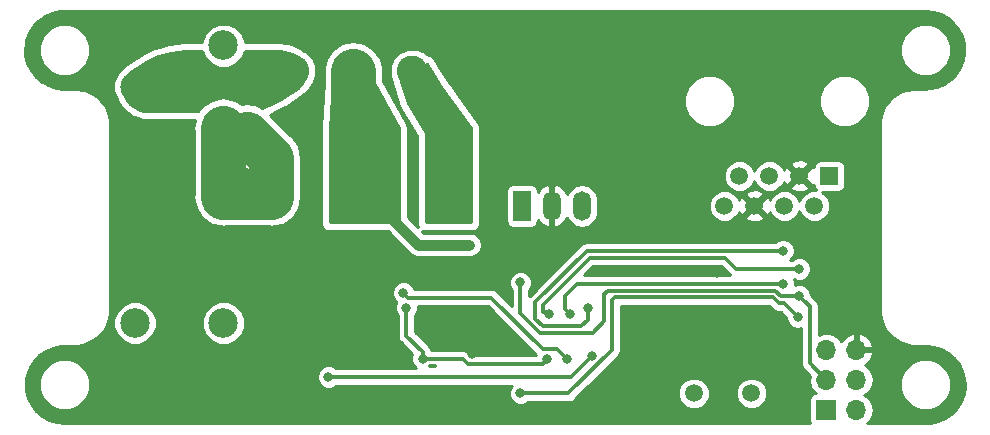
<source format=gbr>
G04 #@! TF.GenerationSoftware,KiCad,Pcbnew,(5.0.0)*
G04 #@! TF.CreationDate,2018-10-13T15:52:45-04:00*
G04 #@! TF.ProjectId,GLVColoumbCounterTest,474C56436F6C6F756D62436F756E7465,rev?*
G04 #@! TF.SameCoordinates,Original*
G04 #@! TF.FileFunction,Copper,L2,Bot,Signal*
G04 #@! TF.FilePolarity,Positive*
%FSLAX46Y46*%
G04 Gerber Fmt 4.6, Leading zero omitted, Abs format (unit mm)*
G04 Created by KiCad (PCBNEW (5.0.0)) date 10/13/18 15:52:45*
%MOMM*%
%LPD*%
G01*
G04 APERTURE LIST*
G04 #@! TA.AperFunction,ComponentPad*
%ADD10C,2.500000*%
G04 #@! TD*
G04 #@! TA.AperFunction,ComponentPad*
%ADD11R,1.500000X1.500000*%
G04 #@! TD*
G04 #@! TA.AperFunction,ComponentPad*
%ADD12C,1.500000*%
G04 #@! TD*
G04 #@! TA.AperFunction,ComponentPad*
%ADD13R,2.600000X2.600000*%
G04 #@! TD*
G04 #@! TA.AperFunction,ComponentPad*
%ADD14C,2.600000*%
G04 #@! TD*
G04 #@! TA.AperFunction,ComponentPad*
%ADD15R,1.500000X2.500000*%
G04 #@! TD*
G04 #@! TA.AperFunction,ComponentPad*
%ADD16O,1.500000X2.500000*%
G04 #@! TD*
G04 #@! TA.AperFunction,ComponentPad*
%ADD17R,1.700000X1.700000*%
G04 #@! TD*
G04 #@! TA.AperFunction,ComponentPad*
%ADD18O,1.700000X1.700000*%
G04 #@! TD*
G04 #@! TA.AperFunction,ViaPad*
%ADD19C,0.800000*%
G04 #@! TD*
G04 #@! TA.AperFunction,Conductor*
%ADD20C,0.304800*%
G04 #@! TD*
G04 #@! TA.AperFunction,Conductor*
%ADD21C,0.889000*%
G04 #@! TD*
G04 #@! TA.AperFunction,Conductor*
%ADD22C,3.810000*%
G04 #@! TD*
G04 #@! TA.AperFunction,Conductor*
%ADD23C,0.254000*%
G04 #@! TD*
G04 APERTURE END LIST*
D10*
G04 #@! TO.P,K1,1*
G04 #@! TO.N,+BATT*
X109982000Y-54366000D03*
G04 #@! TO.P,K1,5*
G04 #@! TO.N,Net-(J1-Pad6)*
X102482000Y-50866000D03*
G04 #@! TO.P,K1,10*
G04 #@! TO.N,N/C*
X109982000Y-47366000D03*
G04 #@! TO.P,K1,2*
G04 #@! TO.N,+5V*
X102482000Y-70866000D03*
G04 #@! TO.P,K1,9*
G04 #@! TO.N,Net-(D3-Pad2)*
X109982000Y-70866000D03*
G04 #@! TD*
D11*
G04 #@! TO.P,J2,1*
G04 #@! TO.N,Net-(J2-Pad1)*
X161290000Y-58420000D03*
D12*
G04 #@! TO.P,J2,2*
G04 #@! TO.N,Net-(J2-Pad2)*
X160020000Y-60960000D03*
G04 #@! TO.P,J2,3*
G04 #@! TO.N,GND*
X158750000Y-58420000D03*
G04 #@! TO.P,J2,4*
G04 #@! TO.N,N/C*
X157480000Y-60960000D03*
G04 #@! TO.P,J2,5*
X156210000Y-58420000D03*
G04 #@! TO.P,J2,6*
G04 #@! TO.N,GND*
X154940000Y-60960000D03*
G04 #@! TO.P,J2,7*
G04 #@! TO.N,N/C*
X153670000Y-58420000D03*
G04 #@! TO.P,J2,8*
X152400000Y-60960000D03*
G04 #@! TD*
D13*
G04 #@! TO.P,J1,1*
G04 #@! TO.N,GND*
X140970000Y-49530000D03*
D14*
G04 #@! TO.P,J1,2*
X135970000Y-49530000D03*
G04 #@! TO.P,J1,3*
X130970000Y-49530000D03*
G04 #@! TO.P,J1,4*
G04 #@! TO.N,/LOAD*
X125970000Y-49530000D03*
G04 #@! TO.P,J1,5*
G04 #@! TO.N,+12V*
X120970000Y-49530000D03*
G04 #@! TO.P,J1,6*
G04 #@! TO.N,Net-(J1-Pad6)*
X115970000Y-49530000D03*
G04 #@! TD*
D15*
G04 #@! TO.P,U1,1*
G04 #@! TO.N,+12V*
X135255000Y-60960000D03*
D16*
G04 #@! TO.P,U1,2*
G04 #@! TO.N,GND*
X137795000Y-60960000D03*
G04 #@! TO.P,U1,3*
G04 #@! TO.N,+5V*
X140335000Y-60960000D03*
G04 #@! TD*
D17*
G04 #@! TO.P,J3,1*
G04 #@! TO.N,/MISO*
X161036000Y-78232000D03*
D18*
G04 #@! TO.P,J3,2*
G04 #@! TO.N,+5V*
X163576000Y-78232000D03*
G04 #@! TO.P,J3,3*
G04 #@! TO.N,/SCK*
X161036000Y-75692000D03*
G04 #@! TO.P,J3,4*
G04 #@! TO.N,/MOSI*
X163576000Y-75692000D03*
G04 #@! TO.P,J3,5*
G04 #@! TO.N,/RESET*
X161036000Y-73152000D03*
G04 #@! TO.P,J3,6*
G04 #@! TO.N,GND*
X163576000Y-73152000D03*
G04 #@! TD*
D12*
G04 #@! TO.P,Y1,1*
G04 #@! TO.N,Net-(C9-Pad1)*
X154686000Y-76835000D03*
G04 #@! TO.P,Y1,2*
G04 #@! TO.N,Net-(C10-Pad1)*
X149806000Y-76835000D03*
G04 #@! TD*
D19*
G04 #@! TO.N,GND*
X116840000Y-69850000D03*
X125730000Y-76962000D03*
X112268000Y-73406000D03*
X121539000Y-68453000D03*
X123698000Y-73025000D03*
X131064000Y-73533000D03*
X127000000Y-71755000D03*
X146177000Y-74168000D03*
X148209000Y-66421000D03*
X163322000Y-70993000D03*
X163322000Y-62865000D03*
X156845000Y-50292000D03*
X138430000Y-54610000D03*
X103505000Y-58293000D03*
X106553000Y-64897000D03*
X106045000Y-77978000D03*
X144399000Y-52832000D03*
X151130000Y-47117000D03*
X162179000Y-46482000D03*
X101600000Y-46736000D03*
X117475000Y-45847000D03*
X133350000Y-46228000D03*
X133731000Y-57404000D03*
X151765000Y-66675000D03*
G04 #@! TO.N,+12V*
X121920000Y-59690000D03*
X121920000Y-57785000D03*
X121920000Y-55880000D03*
X121920000Y-53975000D03*
X120015000Y-53975000D03*
X122555000Y-52070000D03*
X120650000Y-52070000D03*
X130810000Y-64262000D03*
G04 #@! TO.N,/LOAD*
X127508000Y-61468000D03*
X127508000Y-59436000D03*
X127508000Y-57404000D03*
X127508000Y-55372000D03*
X127000000Y-53340000D03*
X129032000Y-53340000D03*
G04 #@! TO.N,Net-(J1-Pad6)*
X105410000Y-52070000D03*
X105410000Y-49022000D03*
X107569000Y-50165000D03*
X111887000Y-50673000D03*
X113030000Y-48768000D03*
X114046000Y-51308000D03*
X109601000Y-50673000D03*
G04 #@! TO.N,/MISO*
X137541000Y-70104000D03*
X158750000Y-66294000D03*
G04 #@! TO.N,/SCK*
X135128000Y-67437000D03*
X158750000Y-68580000D03*
G04 #@! TO.N,/RESET*
X135128000Y-76835000D03*
X158623000Y-70358000D03*
G04 #@! TO.N,/MOSI*
X139319000Y-70104000D03*
X157353000Y-67564000D03*
G04 #@! TO.N,+BATT*
X109982000Y-60960000D03*
X112014000Y-60960000D03*
X110998000Y-59690000D03*
X112014000Y-58166000D03*
X108966000Y-59690000D03*
X109982000Y-58166000D03*
X108966000Y-56642000D03*
X110998000Y-56642000D03*
X112014000Y-55372000D03*
G04 #@! TO.N,/SCL*
X125222000Y-68326000D03*
X139065000Y-73914000D03*
G04 #@! TO.N,/SDA*
X125476000Y-69596000D03*
X137414000Y-73914000D03*
X126873000Y-73914000D03*
G04 #@! TO.N,/D10*
X140843000Y-69596000D03*
X157353000Y-64770000D03*
G04 #@! TO.N,/RELAY_CTRL*
X118872000Y-75438000D03*
X141192000Y-73628000D03*
G04 #@! TD*
D20*
G04 #@! TO.N,*
X127889000Y-74549000D02*
X127508000Y-74549000D01*
D21*
G04 #@! TO.N,+12V*
X126492000Y-64262000D02*
X130810000Y-64262000D01*
X121920000Y-59690000D02*
X126492000Y-64262000D01*
D22*
X120970000Y-49530000D02*
X120970000Y-50993000D01*
D20*
G04 #@! TO.N,/MISO*
X153416000Y-66294000D02*
X152450810Y-65328810D01*
X158750000Y-66294000D02*
X153416000Y-66294000D01*
X152450810Y-65328810D02*
X140995716Y-65328810D01*
X140995716Y-65328810D02*
X137014001Y-69310525D01*
X137014001Y-69310525D02*
X137014001Y-69958001D01*
X137395001Y-69958001D02*
X137541000Y-70104000D01*
X137014001Y-69958001D02*
X137395001Y-69958001D01*
G04 #@! TO.N,/SCK*
X159149999Y-68979999D02*
X158750000Y-68580000D01*
X159639000Y-69469000D02*
X159149999Y-68979999D01*
X161036000Y-75692000D02*
X159639000Y-74295000D01*
X159639000Y-74295000D02*
X159639000Y-69469000D01*
X135128000Y-70055750D02*
X135128000Y-67437000D01*
X136795461Y-71723211D02*
X135128000Y-70055750D01*
X141255789Y-71723211D02*
X136795461Y-71723211D01*
X158750000Y-68580000D02*
X157175526Y-68580000D01*
X156718336Y-68122810D02*
X142570190Y-68122810D01*
X142570190Y-68122810D02*
X142240000Y-68453000D01*
X142240000Y-68453000D02*
X142240000Y-70739000D01*
X157175526Y-68580000D02*
X156718336Y-68122810D01*
X142240000Y-70739000D02*
X141255789Y-71723211D01*
G04 #@! TO.N,/RESET*
X139178474Y-76835000D02*
X142875000Y-73138474D01*
X135128000Y-76835000D02*
X139178474Y-76835000D01*
X142875000Y-73138474D02*
X142875000Y-68961000D01*
X142875000Y-68961000D02*
X143154380Y-68681620D01*
X156486870Y-68681620D02*
X157020250Y-69215000D01*
X143154380Y-68681620D02*
X156486870Y-68681620D01*
X157020250Y-69215000D02*
X157480000Y-69215000D01*
X157480000Y-69215000D02*
X158623000Y-70358000D01*
G04 #@! TO.N,/MOSI*
X157353000Y-67564000D02*
X139954000Y-67564000D01*
X138919001Y-68598999D02*
X139954000Y-67564000D01*
X139319000Y-70104000D02*
X138919001Y-69704001D01*
X138919001Y-69704001D02*
X138919001Y-68598999D01*
D22*
G04 #@! TO.N,+BATT*
X109982000Y-54366000D02*
X109982000Y-60198000D01*
X109982000Y-60198000D02*
X114046000Y-60198000D01*
X114046000Y-60198000D02*
X114046000Y-56896000D01*
X114046000Y-56896000D02*
X112014000Y-54864000D01*
X111231999Y-55615999D02*
X109982000Y-54366000D01*
X112014000Y-54864000D02*
X111262001Y-55615999D01*
X111262001Y-55615999D02*
X111231999Y-55615999D01*
D20*
G04 #@! TO.N,/SCL*
X138665001Y-73514001D02*
X139065000Y-73914000D01*
X138258599Y-73107599D02*
X138665001Y-73514001D01*
X137026927Y-73107599D02*
X138258599Y-73107599D01*
X132645327Y-68725999D02*
X137026927Y-73107599D01*
X125222000Y-68326000D02*
X125621999Y-68725999D01*
X125621999Y-68725999D02*
X132645327Y-68725999D01*
G04 #@! TO.N,/SDA*
X125476000Y-70161685D02*
X125476000Y-69596000D01*
X125476000Y-71951315D02*
X125476000Y-70161685D01*
X126873000Y-73914000D02*
X126873000Y-73348315D01*
X126873000Y-73348315D02*
X125476000Y-71951315D01*
X137014001Y-74313999D02*
X137414000Y-73914000D01*
X136988599Y-74339401D02*
X137014001Y-74313999D01*
X130676927Y-74339401D02*
X136988599Y-74339401D01*
X126873000Y-73914000D02*
X130251526Y-73914000D01*
X130251526Y-73914000D02*
X130676927Y-74339401D01*
G04 #@! TO.N,/D10*
X136398000Y-69136250D02*
X140764250Y-64770000D01*
X140764250Y-64770000D02*
X157353000Y-64770000D01*
X136398000Y-70535474D02*
X136398000Y-69136250D01*
X137026927Y-71164401D02*
X136398000Y-70535474D01*
X140290599Y-71164401D02*
X137026927Y-71164401D01*
X140290599Y-71164401D02*
X140843000Y-70612000D01*
X140843000Y-70612000D02*
X140843000Y-69596000D01*
G04 #@! TO.N,/RELAY_CTRL*
X139382000Y-75438000D02*
X118872000Y-75438000D01*
X141192000Y-73628000D02*
X139382000Y-75438000D01*
G04 #@! TD*
D23*
G04 #@! TO.N,Net-(J1-Pad6)*
G36*
X108383974Y-48433767D02*
X108914233Y-48964026D01*
X109607050Y-49251000D01*
X110356950Y-49251000D01*
X111049767Y-48964026D01*
X111580026Y-48433767D01*
X111809818Y-47879000D01*
X114647958Y-47879000D01*
X115218395Y-47935082D01*
X115760998Y-48099369D01*
X116266734Y-48369124D01*
X116275188Y-48374761D01*
X116647961Y-48723292D01*
X116883782Y-49163925D01*
X116965277Y-49657000D01*
X116883782Y-50150075D01*
X116647961Y-50590708D01*
X116275188Y-50939239D01*
X114817160Y-51911258D01*
X114017490Y-52363299D01*
X113272540Y-52650099D01*
X113005058Y-52471373D01*
X112903777Y-52451227D01*
X112014000Y-52274239D01*
X112013999Y-52274239D01*
X111558836Y-52364777D01*
X110973058Y-51973373D01*
X109982000Y-51776239D01*
X108990941Y-51973373D01*
X108150762Y-52534762D01*
X107867296Y-52959000D01*
X103690347Y-52959000D01*
X103194680Y-52903023D01*
X102730770Y-52740292D01*
X102308752Y-52474363D01*
X102096316Y-52304414D01*
X101780691Y-51954051D01*
X101596515Y-51527675D01*
X101531876Y-51049577D01*
X101574605Y-50558549D01*
X101595826Y-50452445D01*
X101720414Y-50093812D01*
X101932346Y-49789463D01*
X102225488Y-49548205D01*
X103432883Y-48805193D01*
X104462125Y-48295624D01*
X105561535Y-47984445D01*
X106705165Y-47879000D01*
X108154182Y-47879000D01*
X108383974Y-48433767D01*
X108383974Y-48433767D01*
G37*
X108383974Y-48433767D02*
X108914233Y-48964026D01*
X109607050Y-49251000D01*
X110356950Y-49251000D01*
X111049767Y-48964026D01*
X111580026Y-48433767D01*
X111809818Y-47879000D01*
X114647958Y-47879000D01*
X115218395Y-47935082D01*
X115760998Y-48099369D01*
X116266734Y-48369124D01*
X116275188Y-48374761D01*
X116647961Y-48723292D01*
X116883782Y-49163925D01*
X116965277Y-49657000D01*
X116883782Y-50150075D01*
X116647961Y-50590708D01*
X116275188Y-50939239D01*
X114817160Y-51911258D01*
X114017490Y-52363299D01*
X113272540Y-52650099D01*
X113005058Y-52471373D01*
X112903777Y-52451227D01*
X112014000Y-52274239D01*
X112013999Y-52274239D01*
X111558836Y-52364777D01*
X110973058Y-51973373D01*
X109982000Y-51776239D01*
X108990941Y-51973373D01*
X108150762Y-52534762D01*
X107867296Y-52959000D01*
X103690347Y-52959000D01*
X103194680Y-52903023D01*
X102730770Y-52740292D01*
X102308752Y-52474363D01*
X102096316Y-52304414D01*
X101780691Y-51954051D01*
X101596515Y-51527675D01*
X101531876Y-51049577D01*
X101574605Y-50558549D01*
X101595826Y-50452445D01*
X101720414Y-50093812D01*
X101932346Y-49789463D01*
X102225488Y-49548205D01*
X103432883Y-48805193D01*
X104462125Y-48295624D01*
X105561535Y-47984445D01*
X106705165Y-47879000D01*
X108154182Y-47879000D01*
X108383974Y-48433767D01*
G04 #@! TO.N,+12V*
G36*
X124841000Y-54389267D02*
X124841000Y-62357000D01*
X118999000Y-62357000D01*
X118999000Y-54359970D01*
X119245311Y-50419000D01*
X122607725Y-50419000D01*
X124841000Y-54389267D01*
X124841000Y-54389267D01*
G37*
X124841000Y-54389267D02*
X124841000Y-62357000D01*
X118999000Y-62357000D01*
X118999000Y-54359970D01*
X119245311Y-50419000D01*
X122607725Y-50419000D01*
X124841000Y-54389267D01*
G04 #@! TO.N,/LOAD*
G36*
X128416304Y-50867310D02*
X128420656Y-50873817D01*
X130937000Y-54396699D01*
X130937000Y-62357000D01*
X127127000Y-62357000D01*
X127127000Y-54864000D01*
X127108902Y-54798659D01*
X125593077Y-52272284D01*
X124869024Y-49858774D01*
X127202580Y-48925352D01*
X128416304Y-50867310D01*
X128416304Y-50867310D01*
G37*
X128416304Y-50867310D02*
X128420656Y-50873817D01*
X130937000Y-54396699D01*
X130937000Y-62357000D01*
X127127000Y-62357000D01*
X127127000Y-54864000D01*
X127108902Y-54798659D01*
X125593077Y-52272284D01*
X124869024Y-49858774D01*
X127202580Y-48925352D01*
X128416304Y-50867310D01*
G04 #@! TO.N,GND*
G36*
X170076411Y-44544470D02*
X170707926Y-44742375D01*
X171286749Y-45063223D01*
X171789236Y-45493906D01*
X172194853Y-46016825D01*
X172487043Y-46610633D01*
X172653862Y-47251061D01*
X172688499Y-47911958D01*
X172589537Y-48566309D01*
X172361016Y-49187410D01*
X172012280Y-49749864D01*
X171557565Y-50230712D01*
X171015455Y-50610301D01*
X170408078Y-50873137D01*
X169744381Y-51011790D01*
X169400732Y-51029800D01*
X168464077Y-51029800D01*
X168421566Y-51038256D01*
X167851297Y-51113334D01*
X167790457Y-51129636D01*
X167685076Y-51157872D01*
X167133736Y-51386244D01*
X166984705Y-51472287D01*
X166511260Y-51835574D01*
X166389576Y-51957258D01*
X166026288Y-52430704D01*
X165940244Y-52579735D01*
X165711872Y-53131076D01*
X165684483Y-53233295D01*
X165667334Y-53297297D01*
X165592256Y-53867567D01*
X165583800Y-53910078D01*
X165583801Y-69914923D01*
X165592255Y-69957421D01*
X165667334Y-70527702D01*
X165711872Y-70693924D01*
X165940244Y-71245265D01*
X166018267Y-71380403D01*
X166026288Y-71394296D01*
X166389574Y-71867740D01*
X166511258Y-71989424D01*
X166984705Y-72352713D01*
X167129150Y-72436108D01*
X167133736Y-72438756D01*
X167685076Y-72667128D01*
X167740521Y-72681984D01*
X167851297Y-72711666D01*
X168421566Y-72786744D01*
X168464077Y-72795200D01*
X169448110Y-72795200D01*
X170139911Y-72865470D01*
X170771426Y-73063375D01*
X171350249Y-73384223D01*
X171852736Y-73814906D01*
X172258353Y-74337825D01*
X172550543Y-74931633D01*
X172717362Y-75572061D01*
X172751999Y-76232958D01*
X172653037Y-76887309D01*
X172424516Y-77508410D01*
X172075780Y-78070864D01*
X171621065Y-78551712D01*
X171078955Y-78931301D01*
X170471578Y-79194137D01*
X169807881Y-79332790D01*
X169464232Y-79350800D01*
X164483088Y-79350800D01*
X164610000Y-79266000D01*
X164926986Y-78791597D01*
X165038297Y-78232000D01*
X164926986Y-77672403D01*
X164610000Y-77198000D01*
X164256801Y-76962000D01*
X164610000Y-76726000D01*
X164926986Y-76251597D01*
X165038297Y-75692000D01*
X165027663Y-75638536D01*
X167233800Y-75638536D01*
X167233800Y-76507464D01*
X167566325Y-77310250D01*
X168180750Y-77924675D01*
X168983536Y-78257200D01*
X169852464Y-78257200D01*
X170655250Y-77924675D01*
X171269675Y-77310250D01*
X171602200Y-76507464D01*
X171602200Y-75638536D01*
X171269675Y-74835750D01*
X170655250Y-74221325D01*
X169852464Y-73888800D01*
X168983536Y-73888800D01*
X168180750Y-74221325D01*
X167566325Y-74835750D01*
X167233800Y-75638536D01*
X165027663Y-75638536D01*
X164926986Y-75132403D01*
X164610000Y-74658000D01*
X164273825Y-74433375D01*
X164457358Y-74347183D01*
X164847645Y-73918924D01*
X165017476Y-73508890D01*
X164896155Y-73279000D01*
X163703000Y-73279000D01*
X163703000Y-73299000D01*
X163449000Y-73299000D01*
X163449000Y-73279000D01*
X163429000Y-73279000D01*
X163429000Y-73025000D01*
X163449000Y-73025000D01*
X163449000Y-71831181D01*
X163703000Y-71831181D01*
X163703000Y-73025000D01*
X164896155Y-73025000D01*
X165017476Y-72795110D01*
X164847645Y-72385076D01*
X164457358Y-71956817D01*
X163932892Y-71710514D01*
X163703000Y-71831181D01*
X163449000Y-71831181D01*
X163219108Y-71710514D01*
X162694642Y-71956817D01*
X162304355Y-72385076D01*
X162282964Y-72436723D01*
X162070000Y-72118000D01*
X161595597Y-71801014D01*
X161177253Y-71717800D01*
X160894747Y-71717800D01*
X160476403Y-71801014D01*
X160375600Y-71868368D01*
X160375600Y-69541540D01*
X160390029Y-69469000D01*
X160375600Y-69396459D01*
X160375600Y-69396456D01*
X160332861Y-69181593D01*
X160237246Y-69038495D01*
X160211151Y-68999441D01*
X160211149Y-68999439D01*
X160170058Y-68937942D01*
X160108560Y-68896850D01*
X159734200Y-68522491D01*
X159734200Y-68384230D01*
X159584365Y-68022495D01*
X159307505Y-67745635D01*
X158945770Y-67595800D01*
X158554230Y-67595800D01*
X158337200Y-67685696D01*
X158337200Y-67368230D01*
X158247237Y-67151040D01*
X158554230Y-67278200D01*
X158945770Y-67278200D01*
X159307505Y-67128365D01*
X159584365Y-66851505D01*
X159734200Y-66489770D01*
X159734200Y-66098230D01*
X159584365Y-65736495D01*
X159307505Y-65459635D01*
X158945770Y-65309800D01*
X158554230Y-65309800D01*
X158192495Y-65459635D01*
X158094730Y-65557400D01*
X157957470Y-65557400D01*
X158187365Y-65327505D01*
X158337200Y-64965770D01*
X158337200Y-64574230D01*
X158187365Y-64212495D01*
X157910505Y-63935635D01*
X157548770Y-63785800D01*
X157157230Y-63785800D01*
X156795495Y-63935635D01*
X156697730Y-64033400D01*
X140836790Y-64033400D01*
X140764250Y-64018971D01*
X140691709Y-64033400D01*
X140691706Y-64033400D01*
X140476843Y-64076139D01*
X140294691Y-64197849D01*
X140294689Y-64197851D01*
X140233192Y-64238942D01*
X140192101Y-64300439D01*
X135928440Y-68564101D01*
X135866943Y-68605192D01*
X135864600Y-68608699D01*
X135864600Y-68092270D01*
X135962365Y-67994505D01*
X136112200Y-67632770D01*
X136112200Y-67241230D01*
X135962365Y-66879495D01*
X135685505Y-66602635D01*
X135323770Y-66452800D01*
X134932230Y-66452800D01*
X134570495Y-66602635D01*
X134293635Y-66879495D01*
X134143800Y-67241230D01*
X134143800Y-67632770D01*
X134293635Y-67994505D01*
X134391401Y-68092271D01*
X134391400Y-69430363D01*
X133217478Y-68256441D01*
X133176385Y-68194941D01*
X132932734Y-68032138D01*
X132717871Y-67989399D01*
X132717867Y-67989399D01*
X132645327Y-67974970D01*
X132572787Y-67989399D01*
X126147866Y-67989399D01*
X126056365Y-67768495D01*
X125779505Y-67491635D01*
X125417770Y-67341800D01*
X125026230Y-67341800D01*
X124664495Y-67491635D01*
X124387635Y-67768495D01*
X124237800Y-68130230D01*
X124237800Y-68521770D01*
X124387635Y-68883505D01*
X124612636Y-69108506D01*
X124491800Y-69400230D01*
X124491800Y-69791770D01*
X124641635Y-70153505D01*
X124739401Y-70251271D01*
X124739400Y-71878774D01*
X124724971Y-71951315D01*
X124739400Y-72023855D01*
X124739400Y-72023858D01*
X124782139Y-72238721D01*
X124944942Y-72482373D01*
X125006442Y-72523466D01*
X125980301Y-73497325D01*
X125888800Y-73718230D01*
X125888800Y-74109770D01*
X126038635Y-74471505D01*
X126268530Y-74701400D01*
X119527270Y-74701400D01*
X119429505Y-74603635D01*
X119067770Y-74453800D01*
X118676230Y-74453800D01*
X118314495Y-74603635D01*
X118037635Y-74880495D01*
X117887800Y-75242230D01*
X117887800Y-75633770D01*
X118037635Y-75995505D01*
X118314495Y-76272365D01*
X118676230Y-76422200D01*
X119067770Y-76422200D01*
X119429505Y-76272365D01*
X119527270Y-76174600D01*
X134396530Y-76174600D01*
X134293635Y-76277495D01*
X134143800Y-76639230D01*
X134143800Y-77030770D01*
X134293635Y-77392505D01*
X134570495Y-77669365D01*
X134932230Y-77819200D01*
X135323770Y-77819200D01*
X135685505Y-77669365D01*
X135783270Y-77571600D01*
X139105934Y-77571600D01*
X139178474Y-77586029D01*
X139251014Y-77571600D01*
X139251018Y-77571600D01*
X139465881Y-77528861D01*
X139709532Y-77366058D01*
X139750625Y-77304558D01*
X140485572Y-76569611D01*
X148471800Y-76569611D01*
X148471800Y-77100389D01*
X148674919Y-77590764D01*
X149050236Y-77966081D01*
X149540611Y-78169200D01*
X150071389Y-78169200D01*
X150561764Y-77966081D01*
X150937081Y-77590764D01*
X151140200Y-77100389D01*
X151140200Y-76569611D01*
X153351800Y-76569611D01*
X153351800Y-77100389D01*
X153554919Y-77590764D01*
X153930236Y-77966081D01*
X154420611Y-78169200D01*
X154951389Y-78169200D01*
X155441764Y-77966081D01*
X155817081Y-77590764D01*
X156020200Y-77100389D01*
X156020200Y-76569611D01*
X155817081Y-76079236D01*
X155441764Y-75703919D01*
X154951389Y-75500800D01*
X154420611Y-75500800D01*
X153930236Y-75703919D01*
X153554919Y-76079236D01*
X153351800Y-76569611D01*
X151140200Y-76569611D01*
X150937081Y-76079236D01*
X150561764Y-75703919D01*
X150071389Y-75500800D01*
X149540611Y-75500800D01*
X149050236Y-75703919D01*
X148674919Y-76079236D01*
X148471800Y-76569611D01*
X140485572Y-76569611D01*
X143344561Y-73710623D01*
X143406058Y-73669532D01*
X143447149Y-73608035D01*
X143447151Y-73608033D01*
X143568861Y-73425881D01*
X143577402Y-73382942D01*
X143611600Y-73211018D01*
X143611600Y-73211015D01*
X143626029Y-73138475D01*
X143611600Y-73065934D01*
X143611600Y-69418220D01*
X156181761Y-69418220D01*
X156448100Y-69684560D01*
X156489192Y-69746058D01*
X156550689Y-69787149D01*
X156550691Y-69787151D01*
X156700543Y-69887279D01*
X156732843Y-69908861D01*
X156947706Y-69951600D01*
X156947709Y-69951600D01*
X157020249Y-69966029D01*
X157092790Y-69951600D01*
X157174891Y-69951600D01*
X157638800Y-70415510D01*
X157638800Y-70553770D01*
X157788635Y-70915505D01*
X158065495Y-71192365D01*
X158427230Y-71342200D01*
X158818770Y-71342200D01*
X158902401Y-71307559D01*
X158902400Y-74222460D01*
X158887971Y-74295000D01*
X158902400Y-74367540D01*
X158902400Y-74367543D01*
X158945139Y-74582406D01*
X159107942Y-74826058D01*
X159169442Y-74867151D01*
X159643483Y-75341192D01*
X159573703Y-75692000D01*
X159685014Y-76251597D01*
X160002000Y-76726000D01*
X160113816Y-76800713D01*
X159958057Y-76831696D01*
X159764815Y-76960815D01*
X159635696Y-77154057D01*
X159590355Y-77382000D01*
X159590355Y-79082000D01*
X159635696Y-79309943D01*
X159662996Y-79350800D01*
X96553390Y-79350800D01*
X95861590Y-79280530D01*
X95230074Y-79082625D01*
X94651251Y-78761777D01*
X94148767Y-78331097D01*
X93743147Y-77808175D01*
X93450957Y-77214366D01*
X93284138Y-76573939D01*
X93249501Y-75913043D01*
X93291016Y-75638536D01*
X94335800Y-75638536D01*
X94335800Y-76507464D01*
X94668325Y-77310250D01*
X95282750Y-77924675D01*
X96085536Y-78257200D01*
X96954464Y-78257200D01*
X97757250Y-77924675D01*
X98371675Y-77310250D01*
X98704200Y-76507464D01*
X98704200Y-75638536D01*
X98371675Y-74835750D01*
X97757250Y-74221325D01*
X96954464Y-73888800D01*
X96085536Y-73888800D01*
X95282750Y-74221325D01*
X94668325Y-74835750D01*
X94335800Y-75638536D01*
X93291016Y-75638536D01*
X93348463Y-75258691D01*
X93576981Y-74637594D01*
X93925720Y-74075136D01*
X94380435Y-73594288D01*
X94922550Y-73214697D01*
X95529921Y-72951864D01*
X96193619Y-72813210D01*
X96537269Y-72795200D01*
X97473923Y-72795200D01*
X97516436Y-72786743D01*
X98086703Y-72711666D01*
X98139377Y-72697552D01*
X98252924Y-72667128D01*
X98804265Y-72438756D01*
X98953296Y-72352712D01*
X99426742Y-71989424D01*
X99548426Y-71867740D01*
X99911713Y-71394295D01*
X99997756Y-71245264D01*
X100226128Y-70693924D01*
X100270666Y-70527702D01*
X100274161Y-70501155D01*
X100647800Y-70501155D01*
X100647800Y-71230845D01*
X100927040Y-71904991D01*
X101443009Y-72420960D01*
X102117155Y-72700200D01*
X102846845Y-72700200D01*
X103520991Y-72420960D01*
X104036960Y-71904991D01*
X104316200Y-71230845D01*
X104316200Y-70501155D01*
X108147800Y-70501155D01*
X108147800Y-71230845D01*
X108427040Y-71904991D01*
X108943009Y-72420960D01*
X109617155Y-72700200D01*
X110346845Y-72700200D01*
X111020991Y-72420960D01*
X111536960Y-71904991D01*
X111816200Y-71230845D01*
X111816200Y-70501155D01*
X111536960Y-69827009D01*
X111020991Y-69311040D01*
X110346845Y-69031800D01*
X109617155Y-69031800D01*
X108943009Y-69311040D01*
X108427040Y-69827009D01*
X108147800Y-70501155D01*
X104316200Y-70501155D01*
X104036960Y-69827009D01*
X103520991Y-69311040D01*
X102846845Y-69031800D01*
X102117155Y-69031800D01*
X101443009Y-69311040D01*
X100927040Y-69827009D01*
X100647800Y-70501155D01*
X100274161Y-70501155D01*
X100345744Y-69957434D01*
X100354200Y-69914923D01*
X100354200Y-53910077D01*
X100345744Y-53867566D01*
X100270666Y-53297297D01*
X100253517Y-53233295D01*
X100226128Y-53131076D01*
X99997756Y-52579736D01*
X99962820Y-52519225D01*
X99911713Y-52430705D01*
X99548424Y-51957258D01*
X99426740Y-51835574D01*
X98953296Y-51472288D01*
X98922850Y-51454710D01*
X98804265Y-51386244D01*
X98252924Y-51157872D01*
X98122243Y-51122857D01*
X98086703Y-51113334D01*
X97516436Y-51038257D01*
X97473923Y-51029800D01*
X96489890Y-51029800D01*
X95798090Y-50959530D01*
X95166574Y-50761625D01*
X94696676Y-50501155D01*
X100647800Y-50501155D01*
X100647800Y-51230845D01*
X100927040Y-51904991D01*
X100931280Y-51909231D01*
X101089433Y-52275363D01*
X101200581Y-52448573D01*
X101537098Y-52822127D01*
X101612209Y-52892964D01*
X101838319Y-53073852D01*
X101896469Y-53115235D01*
X102336669Y-53392621D01*
X102465011Y-53454590D01*
X102955987Y-53626815D01*
X103094916Y-53658600D01*
X103611937Y-53716989D01*
X103683197Y-53721000D01*
X107572332Y-53721000D01*
X107444034Y-54366000D01*
X107492800Y-54611164D01*
X107492801Y-59952832D01*
X107444034Y-60198000D01*
X107637225Y-61169238D01*
X108187387Y-61992613D01*
X109010762Y-62542775D01*
X109736836Y-62687200D01*
X109736837Y-62687200D01*
X109982000Y-62735966D01*
X110227164Y-62687200D01*
X113800836Y-62687200D01*
X114046000Y-62735966D01*
X114291163Y-62687200D01*
X114291164Y-62687200D01*
X115017238Y-62542775D01*
X115840613Y-61992613D01*
X116390775Y-61169238D01*
X116583966Y-60198000D01*
X116535200Y-59952836D01*
X116535200Y-57141163D01*
X116583966Y-56896000D01*
X116390775Y-55924762D01*
X115979487Y-55309226D01*
X115979486Y-55309225D01*
X115840613Y-55101387D01*
X115632775Y-54962514D01*
X115026261Y-54356000D01*
X118237000Y-54356000D01*
X118237000Y-62484000D01*
X118285336Y-62727004D01*
X118422987Y-62933013D01*
X118628996Y-63070664D01*
X118872000Y-63119000D01*
X123894199Y-63119000D01*
X125692957Y-64917758D01*
X125750349Y-65003651D01*
X126090621Y-65231014D01*
X126390684Y-65290700D01*
X126390688Y-65290700D01*
X126491999Y-65310852D01*
X126593310Y-65290700D01*
X130911316Y-65290700D01*
X131211379Y-65231014D01*
X131551651Y-65003651D01*
X131779014Y-64663379D01*
X131858853Y-64262000D01*
X131779014Y-63860621D01*
X131551651Y-63520349D01*
X131211379Y-63292986D01*
X130911316Y-63233300D01*
X126918101Y-63233300D01*
X126752382Y-63067581D01*
X126756996Y-63070664D01*
X127000000Y-63119000D01*
X131064000Y-63119000D01*
X131307004Y-63070664D01*
X131513013Y-62933013D01*
X131650664Y-62727004D01*
X131699000Y-62484000D01*
X131699000Y-59710000D01*
X133909355Y-59710000D01*
X133909355Y-62210000D01*
X133954696Y-62437943D01*
X134083815Y-62631185D01*
X134277057Y-62760304D01*
X134505000Y-62805645D01*
X136005000Y-62805645D01*
X136232943Y-62760304D01*
X136426185Y-62631185D01*
X136555304Y-62437943D01*
X136600645Y-62210000D01*
X136600645Y-62152585D01*
X136905460Y-62529145D01*
X137382316Y-62788173D01*
X137453815Y-62802318D01*
X137668000Y-62679656D01*
X137668000Y-61087000D01*
X137648000Y-61087000D01*
X137648000Y-60833000D01*
X137668000Y-60833000D01*
X137668000Y-59240344D01*
X137922000Y-59240344D01*
X137922000Y-60833000D01*
X137942000Y-60833000D01*
X137942000Y-61087000D01*
X137922000Y-61087000D01*
X137922000Y-62679656D01*
X138136185Y-62802318D01*
X138207684Y-62788173D01*
X138684540Y-62529145D01*
X139025972Y-62107349D01*
X139072298Y-61950847D01*
X139078212Y-61980579D01*
X139373097Y-62421904D01*
X139814422Y-62716788D01*
X140335000Y-62820338D01*
X140855579Y-62716788D01*
X141296904Y-62421904D01*
X141591788Y-61980579D01*
X141669200Y-61591404D01*
X141669200Y-60694611D01*
X151065800Y-60694611D01*
X151065800Y-61225389D01*
X151268919Y-61715764D01*
X151644236Y-62091081D01*
X152134611Y-62294200D01*
X152665389Y-62294200D01*
X153155764Y-62091081D01*
X153315328Y-61931517D01*
X154148088Y-61931517D01*
X154216077Y-62172460D01*
X154735171Y-62357201D01*
X155285448Y-62329230D01*
X155663923Y-62172460D01*
X155731912Y-61931517D01*
X154940000Y-61139605D01*
X154148088Y-61931517D01*
X153315328Y-61931517D01*
X153531081Y-61715764D01*
X153635905Y-61462696D01*
X153727540Y-61683923D01*
X153968483Y-61751912D01*
X154760395Y-60960000D01*
X155119605Y-60960000D01*
X155911517Y-61751912D01*
X156152460Y-61683923D01*
X156237155Y-61445942D01*
X156348919Y-61715764D01*
X156724236Y-62091081D01*
X157214611Y-62294200D01*
X157745389Y-62294200D01*
X158235764Y-62091081D01*
X158611081Y-61715764D01*
X158750000Y-61380382D01*
X158888919Y-61715764D01*
X159264236Y-62091081D01*
X159754611Y-62294200D01*
X160285389Y-62294200D01*
X160775764Y-62091081D01*
X161151081Y-61715764D01*
X161354200Y-61225389D01*
X161354200Y-60694611D01*
X161151081Y-60204236D01*
X160775764Y-59828919D01*
X160623006Y-59765645D01*
X162040000Y-59765645D01*
X162267943Y-59720304D01*
X162461185Y-59591185D01*
X162590304Y-59397943D01*
X162635645Y-59170000D01*
X162635645Y-57670000D01*
X162590304Y-57442057D01*
X162461185Y-57248815D01*
X162267943Y-57119696D01*
X162040000Y-57074355D01*
X160540000Y-57074355D01*
X160312057Y-57119696D01*
X160118815Y-57248815D01*
X159989696Y-57442057D01*
X159944355Y-57670000D01*
X159944355Y-57690968D01*
X159721517Y-57628088D01*
X158929605Y-58420000D01*
X159721517Y-59211912D01*
X159944355Y-59149032D01*
X159944355Y-59170000D01*
X159989696Y-59397943D01*
X160118815Y-59591185D01*
X160170620Y-59625800D01*
X159754611Y-59625800D01*
X159264236Y-59828919D01*
X158888919Y-60204236D01*
X158750000Y-60539618D01*
X158611081Y-60204236D01*
X158235764Y-59828919D01*
X157745389Y-59625800D01*
X157214611Y-59625800D01*
X156724236Y-59828919D01*
X156348919Y-60204236D01*
X156244095Y-60457304D01*
X156152460Y-60236077D01*
X155911517Y-60168088D01*
X155119605Y-60960000D01*
X154760395Y-60960000D01*
X153968483Y-60168088D01*
X153727540Y-60236077D01*
X153642845Y-60474058D01*
X153531081Y-60204236D01*
X153315328Y-59988483D01*
X154148088Y-59988483D01*
X154940000Y-60780395D01*
X155731912Y-59988483D01*
X155663923Y-59747540D01*
X155144829Y-59562799D01*
X154594552Y-59590770D01*
X154216077Y-59747540D01*
X154148088Y-59988483D01*
X153315328Y-59988483D01*
X153155764Y-59828919D01*
X152665389Y-59625800D01*
X152134611Y-59625800D01*
X151644236Y-59828919D01*
X151268919Y-60204236D01*
X151065800Y-60694611D01*
X141669200Y-60694611D01*
X141669200Y-60328596D01*
X141591788Y-59939421D01*
X141296903Y-59498096D01*
X140855578Y-59203212D01*
X140335000Y-59099662D01*
X139814421Y-59203212D01*
X139373096Y-59498097D01*
X139078212Y-59939422D01*
X139072298Y-59969153D01*
X139025972Y-59812651D01*
X138684540Y-59390855D01*
X138207684Y-59131827D01*
X138136185Y-59117682D01*
X137922000Y-59240344D01*
X137668000Y-59240344D01*
X137453815Y-59117682D01*
X137382316Y-59131827D01*
X136905460Y-59390855D01*
X136600645Y-59767415D01*
X136600645Y-59710000D01*
X136555304Y-59482057D01*
X136426185Y-59288815D01*
X136232943Y-59159696D01*
X136005000Y-59114355D01*
X134505000Y-59114355D01*
X134277057Y-59159696D01*
X134083815Y-59288815D01*
X133954696Y-59482057D01*
X133909355Y-59710000D01*
X131699000Y-59710000D01*
X131699000Y-58154611D01*
X152335800Y-58154611D01*
X152335800Y-58685389D01*
X152538919Y-59175764D01*
X152914236Y-59551081D01*
X153404611Y-59754200D01*
X153935389Y-59754200D01*
X154425764Y-59551081D01*
X154801081Y-59175764D01*
X154940000Y-58840382D01*
X155078919Y-59175764D01*
X155454236Y-59551081D01*
X155944611Y-59754200D01*
X156475389Y-59754200D01*
X156965764Y-59551081D01*
X157125328Y-59391517D01*
X157958088Y-59391517D01*
X158026077Y-59632460D01*
X158545171Y-59817201D01*
X159095448Y-59789230D01*
X159473923Y-59632460D01*
X159541912Y-59391517D01*
X158750000Y-58599605D01*
X157958088Y-59391517D01*
X157125328Y-59391517D01*
X157341081Y-59175764D01*
X157445905Y-58922696D01*
X157537540Y-59143923D01*
X157778483Y-59211912D01*
X158570395Y-58420000D01*
X157778483Y-57628088D01*
X157537540Y-57696077D01*
X157452845Y-57934058D01*
X157341081Y-57664236D01*
X157125328Y-57448483D01*
X157958088Y-57448483D01*
X158750000Y-58240395D01*
X159541912Y-57448483D01*
X159473923Y-57207540D01*
X158954829Y-57022799D01*
X158404552Y-57050770D01*
X158026077Y-57207540D01*
X157958088Y-57448483D01*
X157125328Y-57448483D01*
X156965764Y-57288919D01*
X156475389Y-57085800D01*
X155944611Y-57085800D01*
X155454236Y-57288919D01*
X155078919Y-57664236D01*
X154940000Y-57999618D01*
X154801081Y-57664236D01*
X154425764Y-57288919D01*
X153935389Y-57085800D01*
X153404611Y-57085800D01*
X152914236Y-57288919D01*
X152538919Y-57664236D01*
X152335800Y-58154611D01*
X131699000Y-58154611D01*
X131699000Y-54356000D01*
X131682631Y-54212749D01*
X131580721Y-53986914D01*
X129901166Y-51635536D01*
X148945800Y-51635536D01*
X148945800Y-52504464D01*
X149278325Y-53307250D01*
X149892750Y-53921675D01*
X150695536Y-54254200D01*
X151564464Y-54254200D01*
X152367250Y-53921675D01*
X152981675Y-53307250D01*
X153314200Y-52504464D01*
X153314200Y-51635536D01*
X160375800Y-51635536D01*
X160375800Y-52504464D01*
X160708325Y-53307250D01*
X161322750Y-53921675D01*
X162125536Y-54254200D01*
X162994464Y-54254200D01*
X163797250Y-53921675D01*
X164411675Y-53307250D01*
X164744200Y-52504464D01*
X164744200Y-51635536D01*
X164411675Y-50832750D01*
X163797250Y-50218325D01*
X162994464Y-49885800D01*
X162125536Y-49885800D01*
X161322750Y-50218325D01*
X160708325Y-50832750D01*
X160375800Y-51635536D01*
X153314200Y-51635536D01*
X152981675Y-50832750D01*
X152367250Y-50218325D01*
X151564464Y-49885800D01*
X150695536Y-49885800D01*
X149892750Y-50218325D01*
X149278325Y-50832750D01*
X148945800Y-51635536D01*
X129901166Y-51635536D01*
X129375396Y-50899459D01*
X129780146Y-50899459D01*
X129915504Y-51197455D01*
X130633880Y-51474066D01*
X131403427Y-51454710D01*
X132024496Y-51197455D01*
X132159854Y-50899459D01*
X134780146Y-50899459D01*
X134915504Y-51197455D01*
X135633880Y-51474066D01*
X136403427Y-51454710D01*
X137024496Y-51197455D01*
X137159854Y-50899459D01*
X135970000Y-49709605D01*
X134780146Y-50899459D01*
X132159854Y-50899459D01*
X130970000Y-49709605D01*
X129780146Y-50899459D01*
X129375396Y-50899459D01*
X129052100Y-50446845D01*
X128268998Y-49193880D01*
X129025934Y-49193880D01*
X129045290Y-49963427D01*
X129302545Y-50584496D01*
X129600541Y-50719854D01*
X130790395Y-49530000D01*
X131149605Y-49530000D01*
X132339459Y-50719854D01*
X132637455Y-50584496D01*
X132914066Y-49866120D01*
X132897158Y-49193880D01*
X134025934Y-49193880D01*
X134045290Y-49963427D01*
X134302545Y-50584496D01*
X134600541Y-50719854D01*
X135790395Y-49530000D01*
X136149605Y-49530000D01*
X137339459Y-50719854D01*
X137637455Y-50584496D01*
X137914066Y-49866120D01*
X137912800Y-49815750D01*
X139035000Y-49815750D01*
X139035000Y-50956310D01*
X139131673Y-51189699D01*
X139310302Y-51368327D01*
X139543691Y-51465000D01*
X140684250Y-51465000D01*
X140843000Y-51306250D01*
X140843000Y-49657000D01*
X141097000Y-49657000D01*
X141097000Y-51306250D01*
X141255750Y-51465000D01*
X142396309Y-51465000D01*
X142629698Y-51368327D01*
X142808327Y-51189699D01*
X142905000Y-50956310D01*
X142905000Y-49815750D01*
X142746250Y-49657000D01*
X141097000Y-49657000D01*
X140843000Y-49657000D01*
X139193750Y-49657000D01*
X139035000Y-49815750D01*
X137912800Y-49815750D01*
X137894710Y-49096573D01*
X137637455Y-48475504D01*
X137339459Y-48340146D01*
X136149605Y-49530000D01*
X135790395Y-49530000D01*
X134600541Y-48340146D01*
X134302545Y-48475504D01*
X134025934Y-49193880D01*
X132897158Y-49193880D01*
X132894710Y-49096573D01*
X132637455Y-48475504D01*
X132339459Y-48340146D01*
X131149605Y-49530000D01*
X130790395Y-49530000D01*
X129600541Y-48340146D01*
X129302545Y-48475504D01*
X129025934Y-49193880D01*
X128268998Y-49193880D01*
X127792479Y-48431451D01*
X127708454Y-48324495D01*
X127504139Y-48184343D01*
X127391664Y-48160541D01*
X129780146Y-48160541D01*
X130970000Y-49350395D01*
X132159854Y-48160541D01*
X134780146Y-48160541D01*
X135970000Y-49350395D01*
X137159854Y-48160541D01*
X137134031Y-48103690D01*
X139035000Y-48103690D01*
X139035000Y-49244250D01*
X139193750Y-49403000D01*
X140843000Y-49403000D01*
X140843000Y-47753750D01*
X141097000Y-47753750D01*
X141097000Y-49403000D01*
X142746250Y-49403000D01*
X142905000Y-49244250D01*
X142905000Y-48103690D01*
X142808327Y-47870301D01*
X142629698Y-47691673D01*
X142396309Y-47595000D01*
X141255750Y-47595000D01*
X141097000Y-47753750D01*
X140843000Y-47753750D01*
X140684250Y-47595000D01*
X139543691Y-47595000D01*
X139310302Y-47691673D01*
X139131673Y-47870301D01*
X139035000Y-48103690D01*
X137134031Y-48103690D01*
X137024496Y-47862545D01*
X136306120Y-47585934D01*
X135536573Y-47605290D01*
X134915504Y-47862545D01*
X134780146Y-48160541D01*
X132159854Y-48160541D01*
X132024496Y-47862545D01*
X131306120Y-47585934D01*
X130536573Y-47605290D01*
X129915504Y-47862545D01*
X129780146Y-48160541D01*
X127391664Y-48160541D01*
X127261742Y-48133047D01*
X127241483Y-48136821D01*
X127037314Y-47932652D01*
X126344791Y-47645800D01*
X125595209Y-47645800D01*
X124902686Y-47932652D01*
X124372652Y-48462686D01*
X124085800Y-49155209D01*
X124085800Y-49708253D01*
X124082252Y-49719821D01*
X124085800Y-49757015D01*
X124085800Y-49904791D01*
X124104114Y-49949006D01*
X124105780Y-49966466D01*
X124867780Y-52506466D01*
X124931492Y-52650705D01*
X126365000Y-55039885D01*
X126365000Y-62484000D01*
X126413336Y-62727004D01*
X126416419Y-62731618D01*
X125603000Y-61918199D01*
X125603000Y-54356000D01*
X125521450Y-54044684D01*
X123459200Y-50378462D01*
X123459200Y-49284836D01*
X123314775Y-48558762D01*
X122764613Y-47735387D01*
X122139255Y-47317536D01*
X167233800Y-47317536D01*
X167233800Y-48186464D01*
X167566325Y-48989250D01*
X168180750Y-49603675D01*
X168983536Y-49936200D01*
X169852464Y-49936200D01*
X170655250Y-49603675D01*
X171269675Y-48989250D01*
X171602200Y-48186464D01*
X171602200Y-47317536D01*
X171269675Y-46514750D01*
X170655250Y-45900325D01*
X169852464Y-45567800D01*
X168983536Y-45567800D01*
X168180750Y-45900325D01*
X167566325Y-46514750D01*
X167233800Y-47317536D01*
X122139255Y-47317536D01*
X121941237Y-47185225D01*
X120970000Y-46992034D01*
X119998762Y-47185225D01*
X119175387Y-47735387D01*
X118625225Y-48558763D01*
X118480800Y-49284837D01*
X118480800Y-50435382D01*
X118238237Y-54316390D01*
X118237000Y-54356000D01*
X115026261Y-54356000D01*
X113947484Y-53277223D01*
X113910041Y-53221187D01*
X114299991Y-53071060D01*
X114384330Y-53031251D01*
X115196206Y-52572310D01*
X115235956Y-52547871D01*
X116706542Y-51567480D01*
X116787984Y-51502970D01*
X117183708Y-51132981D01*
X117309894Y-50968769D01*
X117441154Y-50723508D01*
X117567348Y-50597314D01*
X117854200Y-49904791D01*
X117854200Y-49155209D01*
X117567348Y-48462686D01*
X117037314Y-47932652D01*
X116823214Y-47843969D01*
X116787984Y-47811030D01*
X116706553Y-47746527D01*
X116684246Y-47731655D01*
X116630849Y-47699719D01*
X116108598Y-47421155D01*
X115993762Y-47373683D01*
X115427261Y-47202160D01*
X115305378Y-47177960D01*
X114716320Y-47120047D01*
X114654190Y-47117000D01*
X111816200Y-47117000D01*
X111816200Y-47001155D01*
X111536960Y-46327009D01*
X111020991Y-45811040D01*
X110346845Y-45531800D01*
X109617155Y-45531800D01*
X108943009Y-45811040D01*
X108427040Y-46327009D01*
X108147800Y-47001155D01*
X108147800Y-47117000D01*
X106699318Y-47117000D01*
X106641017Y-47119682D01*
X105479917Y-47226738D01*
X105365280Y-47248059D01*
X104243330Y-47565618D01*
X104134524Y-47607541D01*
X103089555Y-48124896D01*
X103038497Y-48153167D01*
X101818711Y-48903804D01*
X101747991Y-48954306D01*
X101434604Y-49212226D01*
X101317020Y-49339658D01*
X101093728Y-49660321D01*
X100927040Y-49827009D01*
X100647800Y-50501155D01*
X94696676Y-50501155D01*
X94587751Y-50440777D01*
X94085267Y-50010097D01*
X93679647Y-49487175D01*
X93387457Y-48893366D01*
X93220638Y-48252939D01*
X93186001Y-47592043D01*
X93227516Y-47317536D01*
X94335800Y-47317536D01*
X94335800Y-48186464D01*
X94668325Y-48989250D01*
X95282750Y-49603675D01*
X96085536Y-49936200D01*
X96954464Y-49936200D01*
X97757250Y-49603675D01*
X98371675Y-48989250D01*
X98704200Y-48186464D01*
X98704200Y-47317536D01*
X98371675Y-46514750D01*
X97757250Y-45900325D01*
X96954464Y-45567800D01*
X96085536Y-45567800D01*
X95282750Y-45900325D01*
X94668325Y-46514750D01*
X94335800Y-47317536D01*
X93227516Y-47317536D01*
X93284963Y-46937691D01*
X93513481Y-46316594D01*
X93862220Y-45754136D01*
X94316935Y-45273288D01*
X94859050Y-44893697D01*
X95466421Y-44630864D01*
X96130119Y-44492210D01*
X96473769Y-44474200D01*
X169384610Y-44474200D01*
X170076411Y-44544470D01*
X170076411Y-44544470D01*
G37*
X170076411Y-44544470D02*
X170707926Y-44742375D01*
X171286749Y-45063223D01*
X171789236Y-45493906D01*
X172194853Y-46016825D01*
X172487043Y-46610633D01*
X172653862Y-47251061D01*
X172688499Y-47911958D01*
X172589537Y-48566309D01*
X172361016Y-49187410D01*
X172012280Y-49749864D01*
X171557565Y-50230712D01*
X171015455Y-50610301D01*
X170408078Y-50873137D01*
X169744381Y-51011790D01*
X169400732Y-51029800D01*
X168464077Y-51029800D01*
X168421566Y-51038256D01*
X167851297Y-51113334D01*
X167790457Y-51129636D01*
X167685076Y-51157872D01*
X167133736Y-51386244D01*
X166984705Y-51472287D01*
X166511260Y-51835574D01*
X166389576Y-51957258D01*
X166026288Y-52430704D01*
X165940244Y-52579735D01*
X165711872Y-53131076D01*
X165684483Y-53233295D01*
X165667334Y-53297297D01*
X165592256Y-53867567D01*
X165583800Y-53910078D01*
X165583801Y-69914923D01*
X165592255Y-69957421D01*
X165667334Y-70527702D01*
X165711872Y-70693924D01*
X165940244Y-71245265D01*
X166018267Y-71380403D01*
X166026288Y-71394296D01*
X166389574Y-71867740D01*
X166511258Y-71989424D01*
X166984705Y-72352713D01*
X167129150Y-72436108D01*
X167133736Y-72438756D01*
X167685076Y-72667128D01*
X167740521Y-72681984D01*
X167851297Y-72711666D01*
X168421566Y-72786744D01*
X168464077Y-72795200D01*
X169448110Y-72795200D01*
X170139911Y-72865470D01*
X170771426Y-73063375D01*
X171350249Y-73384223D01*
X171852736Y-73814906D01*
X172258353Y-74337825D01*
X172550543Y-74931633D01*
X172717362Y-75572061D01*
X172751999Y-76232958D01*
X172653037Y-76887309D01*
X172424516Y-77508410D01*
X172075780Y-78070864D01*
X171621065Y-78551712D01*
X171078955Y-78931301D01*
X170471578Y-79194137D01*
X169807881Y-79332790D01*
X169464232Y-79350800D01*
X164483088Y-79350800D01*
X164610000Y-79266000D01*
X164926986Y-78791597D01*
X165038297Y-78232000D01*
X164926986Y-77672403D01*
X164610000Y-77198000D01*
X164256801Y-76962000D01*
X164610000Y-76726000D01*
X164926986Y-76251597D01*
X165038297Y-75692000D01*
X165027663Y-75638536D01*
X167233800Y-75638536D01*
X167233800Y-76507464D01*
X167566325Y-77310250D01*
X168180750Y-77924675D01*
X168983536Y-78257200D01*
X169852464Y-78257200D01*
X170655250Y-77924675D01*
X171269675Y-77310250D01*
X171602200Y-76507464D01*
X171602200Y-75638536D01*
X171269675Y-74835750D01*
X170655250Y-74221325D01*
X169852464Y-73888800D01*
X168983536Y-73888800D01*
X168180750Y-74221325D01*
X167566325Y-74835750D01*
X167233800Y-75638536D01*
X165027663Y-75638536D01*
X164926986Y-75132403D01*
X164610000Y-74658000D01*
X164273825Y-74433375D01*
X164457358Y-74347183D01*
X164847645Y-73918924D01*
X165017476Y-73508890D01*
X164896155Y-73279000D01*
X163703000Y-73279000D01*
X163703000Y-73299000D01*
X163449000Y-73299000D01*
X163449000Y-73279000D01*
X163429000Y-73279000D01*
X163429000Y-73025000D01*
X163449000Y-73025000D01*
X163449000Y-71831181D01*
X163703000Y-71831181D01*
X163703000Y-73025000D01*
X164896155Y-73025000D01*
X165017476Y-72795110D01*
X164847645Y-72385076D01*
X164457358Y-71956817D01*
X163932892Y-71710514D01*
X163703000Y-71831181D01*
X163449000Y-71831181D01*
X163219108Y-71710514D01*
X162694642Y-71956817D01*
X162304355Y-72385076D01*
X162282964Y-72436723D01*
X162070000Y-72118000D01*
X161595597Y-71801014D01*
X161177253Y-71717800D01*
X160894747Y-71717800D01*
X160476403Y-71801014D01*
X160375600Y-71868368D01*
X160375600Y-69541540D01*
X160390029Y-69469000D01*
X160375600Y-69396459D01*
X160375600Y-69396456D01*
X160332861Y-69181593D01*
X160237246Y-69038495D01*
X160211151Y-68999441D01*
X160211149Y-68999439D01*
X160170058Y-68937942D01*
X160108560Y-68896850D01*
X159734200Y-68522491D01*
X159734200Y-68384230D01*
X159584365Y-68022495D01*
X159307505Y-67745635D01*
X158945770Y-67595800D01*
X158554230Y-67595800D01*
X158337200Y-67685696D01*
X158337200Y-67368230D01*
X158247237Y-67151040D01*
X158554230Y-67278200D01*
X158945770Y-67278200D01*
X159307505Y-67128365D01*
X159584365Y-66851505D01*
X159734200Y-66489770D01*
X159734200Y-66098230D01*
X159584365Y-65736495D01*
X159307505Y-65459635D01*
X158945770Y-65309800D01*
X158554230Y-65309800D01*
X158192495Y-65459635D01*
X158094730Y-65557400D01*
X157957470Y-65557400D01*
X158187365Y-65327505D01*
X158337200Y-64965770D01*
X158337200Y-64574230D01*
X158187365Y-64212495D01*
X157910505Y-63935635D01*
X157548770Y-63785800D01*
X157157230Y-63785800D01*
X156795495Y-63935635D01*
X156697730Y-64033400D01*
X140836790Y-64033400D01*
X140764250Y-64018971D01*
X140691709Y-64033400D01*
X140691706Y-64033400D01*
X140476843Y-64076139D01*
X140294691Y-64197849D01*
X140294689Y-64197851D01*
X140233192Y-64238942D01*
X140192101Y-64300439D01*
X135928440Y-68564101D01*
X135866943Y-68605192D01*
X135864600Y-68608699D01*
X135864600Y-68092270D01*
X135962365Y-67994505D01*
X136112200Y-67632770D01*
X136112200Y-67241230D01*
X135962365Y-66879495D01*
X135685505Y-66602635D01*
X135323770Y-66452800D01*
X134932230Y-66452800D01*
X134570495Y-66602635D01*
X134293635Y-66879495D01*
X134143800Y-67241230D01*
X134143800Y-67632770D01*
X134293635Y-67994505D01*
X134391401Y-68092271D01*
X134391400Y-69430363D01*
X133217478Y-68256441D01*
X133176385Y-68194941D01*
X132932734Y-68032138D01*
X132717871Y-67989399D01*
X132717867Y-67989399D01*
X132645327Y-67974970D01*
X132572787Y-67989399D01*
X126147866Y-67989399D01*
X126056365Y-67768495D01*
X125779505Y-67491635D01*
X125417770Y-67341800D01*
X125026230Y-67341800D01*
X124664495Y-67491635D01*
X124387635Y-67768495D01*
X124237800Y-68130230D01*
X124237800Y-68521770D01*
X124387635Y-68883505D01*
X124612636Y-69108506D01*
X124491800Y-69400230D01*
X124491800Y-69791770D01*
X124641635Y-70153505D01*
X124739401Y-70251271D01*
X124739400Y-71878774D01*
X124724971Y-71951315D01*
X124739400Y-72023855D01*
X124739400Y-72023858D01*
X124782139Y-72238721D01*
X124944942Y-72482373D01*
X125006442Y-72523466D01*
X125980301Y-73497325D01*
X125888800Y-73718230D01*
X125888800Y-74109770D01*
X126038635Y-74471505D01*
X126268530Y-74701400D01*
X119527270Y-74701400D01*
X119429505Y-74603635D01*
X119067770Y-74453800D01*
X118676230Y-74453800D01*
X118314495Y-74603635D01*
X118037635Y-74880495D01*
X117887800Y-75242230D01*
X117887800Y-75633770D01*
X118037635Y-75995505D01*
X118314495Y-76272365D01*
X118676230Y-76422200D01*
X119067770Y-76422200D01*
X119429505Y-76272365D01*
X119527270Y-76174600D01*
X134396530Y-76174600D01*
X134293635Y-76277495D01*
X134143800Y-76639230D01*
X134143800Y-77030770D01*
X134293635Y-77392505D01*
X134570495Y-77669365D01*
X134932230Y-77819200D01*
X135323770Y-77819200D01*
X135685505Y-77669365D01*
X135783270Y-77571600D01*
X139105934Y-77571600D01*
X139178474Y-77586029D01*
X139251014Y-77571600D01*
X139251018Y-77571600D01*
X139465881Y-77528861D01*
X139709532Y-77366058D01*
X139750625Y-77304558D01*
X140485572Y-76569611D01*
X148471800Y-76569611D01*
X148471800Y-77100389D01*
X148674919Y-77590764D01*
X149050236Y-77966081D01*
X149540611Y-78169200D01*
X150071389Y-78169200D01*
X150561764Y-77966081D01*
X150937081Y-77590764D01*
X151140200Y-77100389D01*
X151140200Y-76569611D01*
X153351800Y-76569611D01*
X153351800Y-77100389D01*
X153554919Y-77590764D01*
X153930236Y-77966081D01*
X154420611Y-78169200D01*
X154951389Y-78169200D01*
X155441764Y-77966081D01*
X155817081Y-77590764D01*
X156020200Y-77100389D01*
X156020200Y-76569611D01*
X155817081Y-76079236D01*
X155441764Y-75703919D01*
X154951389Y-75500800D01*
X154420611Y-75500800D01*
X153930236Y-75703919D01*
X153554919Y-76079236D01*
X153351800Y-76569611D01*
X151140200Y-76569611D01*
X150937081Y-76079236D01*
X150561764Y-75703919D01*
X150071389Y-75500800D01*
X149540611Y-75500800D01*
X149050236Y-75703919D01*
X148674919Y-76079236D01*
X148471800Y-76569611D01*
X140485572Y-76569611D01*
X143344561Y-73710623D01*
X143406058Y-73669532D01*
X143447149Y-73608035D01*
X143447151Y-73608033D01*
X143568861Y-73425881D01*
X143577402Y-73382942D01*
X143611600Y-73211018D01*
X143611600Y-73211015D01*
X143626029Y-73138475D01*
X143611600Y-73065934D01*
X143611600Y-69418220D01*
X156181761Y-69418220D01*
X156448100Y-69684560D01*
X156489192Y-69746058D01*
X156550689Y-69787149D01*
X156550691Y-69787151D01*
X156700543Y-69887279D01*
X156732843Y-69908861D01*
X156947706Y-69951600D01*
X156947709Y-69951600D01*
X157020249Y-69966029D01*
X157092790Y-69951600D01*
X157174891Y-69951600D01*
X157638800Y-70415510D01*
X157638800Y-70553770D01*
X157788635Y-70915505D01*
X158065495Y-71192365D01*
X158427230Y-71342200D01*
X158818770Y-71342200D01*
X158902401Y-71307559D01*
X158902400Y-74222460D01*
X158887971Y-74295000D01*
X158902400Y-74367540D01*
X158902400Y-74367543D01*
X158945139Y-74582406D01*
X159107942Y-74826058D01*
X159169442Y-74867151D01*
X159643483Y-75341192D01*
X159573703Y-75692000D01*
X159685014Y-76251597D01*
X160002000Y-76726000D01*
X160113816Y-76800713D01*
X159958057Y-76831696D01*
X159764815Y-76960815D01*
X159635696Y-77154057D01*
X159590355Y-77382000D01*
X159590355Y-79082000D01*
X159635696Y-79309943D01*
X159662996Y-79350800D01*
X96553390Y-79350800D01*
X95861590Y-79280530D01*
X95230074Y-79082625D01*
X94651251Y-78761777D01*
X94148767Y-78331097D01*
X93743147Y-77808175D01*
X93450957Y-77214366D01*
X93284138Y-76573939D01*
X93249501Y-75913043D01*
X93291016Y-75638536D01*
X94335800Y-75638536D01*
X94335800Y-76507464D01*
X94668325Y-77310250D01*
X95282750Y-77924675D01*
X96085536Y-78257200D01*
X96954464Y-78257200D01*
X97757250Y-77924675D01*
X98371675Y-77310250D01*
X98704200Y-76507464D01*
X98704200Y-75638536D01*
X98371675Y-74835750D01*
X97757250Y-74221325D01*
X96954464Y-73888800D01*
X96085536Y-73888800D01*
X95282750Y-74221325D01*
X94668325Y-74835750D01*
X94335800Y-75638536D01*
X93291016Y-75638536D01*
X93348463Y-75258691D01*
X93576981Y-74637594D01*
X93925720Y-74075136D01*
X94380435Y-73594288D01*
X94922550Y-73214697D01*
X95529921Y-72951864D01*
X96193619Y-72813210D01*
X96537269Y-72795200D01*
X97473923Y-72795200D01*
X97516436Y-72786743D01*
X98086703Y-72711666D01*
X98139377Y-72697552D01*
X98252924Y-72667128D01*
X98804265Y-72438756D01*
X98953296Y-72352712D01*
X99426742Y-71989424D01*
X99548426Y-71867740D01*
X99911713Y-71394295D01*
X99997756Y-71245264D01*
X100226128Y-70693924D01*
X100270666Y-70527702D01*
X100274161Y-70501155D01*
X100647800Y-70501155D01*
X100647800Y-71230845D01*
X100927040Y-71904991D01*
X101443009Y-72420960D01*
X102117155Y-72700200D01*
X102846845Y-72700200D01*
X103520991Y-72420960D01*
X104036960Y-71904991D01*
X104316200Y-71230845D01*
X104316200Y-70501155D01*
X108147800Y-70501155D01*
X108147800Y-71230845D01*
X108427040Y-71904991D01*
X108943009Y-72420960D01*
X109617155Y-72700200D01*
X110346845Y-72700200D01*
X111020991Y-72420960D01*
X111536960Y-71904991D01*
X111816200Y-71230845D01*
X111816200Y-70501155D01*
X111536960Y-69827009D01*
X111020991Y-69311040D01*
X110346845Y-69031800D01*
X109617155Y-69031800D01*
X108943009Y-69311040D01*
X108427040Y-69827009D01*
X108147800Y-70501155D01*
X104316200Y-70501155D01*
X104036960Y-69827009D01*
X103520991Y-69311040D01*
X102846845Y-69031800D01*
X102117155Y-69031800D01*
X101443009Y-69311040D01*
X100927040Y-69827009D01*
X100647800Y-70501155D01*
X100274161Y-70501155D01*
X100345744Y-69957434D01*
X100354200Y-69914923D01*
X100354200Y-53910077D01*
X100345744Y-53867566D01*
X100270666Y-53297297D01*
X100253517Y-53233295D01*
X100226128Y-53131076D01*
X99997756Y-52579736D01*
X99962820Y-52519225D01*
X99911713Y-52430705D01*
X99548424Y-51957258D01*
X99426740Y-51835574D01*
X98953296Y-51472288D01*
X98922850Y-51454710D01*
X98804265Y-51386244D01*
X98252924Y-51157872D01*
X98122243Y-51122857D01*
X98086703Y-51113334D01*
X97516436Y-51038257D01*
X97473923Y-51029800D01*
X96489890Y-51029800D01*
X95798090Y-50959530D01*
X95166574Y-50761625D01*
X94696676Y-50501155D01*
X100647800Y-50501155D01*
X100647800Y-51230845D01*
X100927040Y-51904991D01*
X100931280Y-51909231D01*
X101089433Y-52275363D01*
X101200581Y-52448573D01*
X101537098Y-52822127D01*
X101612209Y-52892964D01*
X101838319Y-53073852D01*
X101896469Y-53115235D01*
X102336669Y-53392621D01*
X102465011Y-53454590D01*
X102955987Y-53626815D01*
X103094916Y-53658600D01*
X103611937Y-53716989D01*
X103683197Y-53721000D01*
X107572332Y-53721000D01*
X107444034Y-54366000D01*
X107492800Y-54611164D01*
X107492801Y-59952832D01*
X107444034Y-60198000D01*
X107637225Y-61169238D01*
X108187387Y-61992613D01*
X109010762Y-62542775D01*
X109736836Y-62687200D01*
X109736837Y-62687200D01*
X109982000Y-62735966D01*
X110227164Y-62687200D01*
X113800836Y-62687200D01*
X114046000Y-62735966D01*
X114291163Y-62687200D01*
X114291164Y-62687200D01*
X115017238Y-62542775D01*
X115840613Y-61992613D01*
X116390775Y-61169238D01*
X116583966Y-60198000D01*
X116535200Y-59952836D01*
X116535200Y-57141163D01*
X116583966Y-56896000D01*
X116390775Y-55924762D01*
X115979487Y-55309226D01*
X115979486Y-55309225D01*
X115840613Y-55101387D01*
X115632775Y-54962514D01*
X115026261Y-54356000D01*
X118237000Y-54356000D01*
X118237000Y-62484000D01*
X118285336Y-62727004D01*
X118422987Y-62933013D01*
X118628996Y-63070664D01*
X118872000Y-63119000D01*
X123894199Y-63119000D01*
X125692957Y-64917758D01*
X125750349Y-65003651D01*
X126090621Y-65231014D01*
X126390684Y-65290700D01*
X126390688Y-65290700D01*
X126491999Y-65310852D01*
X126593310Y-65290700D01*
X130911316Y-65290700D01*
X131211379Y-65231014D01*
X131551651Y-65003651D01*
X131779014Y-64663379D01*
X131858853Y-64262000D01*
X131779014Y-63860621D01*
X131551651Y-63520349D01*
X131211379Y-63292986D01*
X130911316Y-63233300D01*
X126918101Y-63233300D01*
X126752382Y-63067581D01*
X126756996Y-63070664D01*
X127000000Y-63119000D01*
X131064000Y-63119000D01*
X131307004Y-63070664D01*
X131513013Y-62933013D01*
X131650664Y-62727004D01*
X131699000Y-62484000D01*
X131699000Y-59710000D01*
X133909355Y-59710000D01*
X133909355Y-62210000D01*
X133954696Y-62437943D01*
X134083815Y-62631185D01*
X134277057Y-62760304D01*
X134505000Y-62805645D01*
X136005000Y-62805645D01*
X136232943Y-62760304D01*
X136426185Y-62631185D01*
X136555304Y-62437943D01*
X136600645Y-62210000D01*
X136600645Y-62152585D01*
X136905460Y-62529145D01*
X137382316Y-62788173D01*
X137453815Y-62802318D01*
X137668000Y-62679656D01*
X137668000Y-61087000D01*
X137648000Y-61087000D01*
X137648000Y-60833000D01*
X137668000Y-60833000D01*
X137668000Y-59240344D01*
X137922000Y-59240344D01*
X137922000Y-60833000D01*
X137942000Y-60833000D01*
X137942000Y-61087000D01*
X137922000Y-61087000D01*
X137922000Y-62679656D01*
X138136185Y-62802318D01*
X138207684Y-62788173D01*
X138684540Y-62529145D01*
X139025972Y-62107349D01*
X139072298Y-61950847D01*
X139078212Y-61980579D01*
X139373097Y-62421904D01*
X139814422Y-62716788D01*
X140335000Y-62820338D01*
X140855579Y-62716788D01*
X141296904Y-62421904D01*
X141591788Y-61980579D01*
X141669200Y-61591404D01*
X141669200Y-60694611D01*
X151065800Y-60694611D01*
X151065800Y-61225389D01*
X151268919Y-61715764D01*
X151644236Y-62091081D01*
X152134611Y-62294200D01*
X152665389Y-62294200D01*
X153155764Y-62091081D01*
X153315328Y-61931517D01*
X154148088Y-61931517D01*
X154216077Y-62172460D01*
X154735171Y-62357201D01*
X155285448Y-62329230D01*
X155663923Y-62172460D01*
X155731912Y-61931517D01*
X154940000Y-61139605D01*
X154148088Y-61931517D01*
X153315328Y-61931517D01*
X153531081Y-61715764D01*
X153635905Y-61462696D01*
X153727540Y-61683923D01*
X153968483Y-61751912D01*
X154760395Y-60960000D01*
X155119605Y-60960000D01*
X155911517Y-61751912D01*
X156152460Y-61683923D01*
X156237155Y-61445942D01*
X156348919Y-61715764D01*
X156724236Y-62091081D01*
X157214611Y-62294200D01*
X157745389Y-62294200D01*
X158235764Y-62091081D01*
X158611081Y-61715764D01*
X158750000Y-61380382D01*
X158888919Y-61715764D01*
X159264236Y-62091081D01*
X159754611Y-62294200D01*
X160285389Y-62294200D01*
X160775764Y-62091081D01*
X161151081Y-61715764D01*
X161354200Y-61225389D01*
X161354200Y-60694611D01*
X161151081Y-60204236D01*
X160775764Y-59828919D01*
X160623006Y-59765645D01*
X162040000Y-59765645D01*
X162267943Y-59720304D01*
X162461185Y-59591185D01*
X162590304Y-59397943D01*
X162635645Y-59170000D01*
X162635645Y-57670000D01*
X162590304Y-57442057D01*
X162461185Y-57248815D01*
X162267943Y-57119696D01*
X162040000Y-57074355D01*
X160540000Y-57074355D01*
X160312057Y-57119696D01*
X160118815Y-57248815D01*
X159989696Y-57442057D01*
X159944355Y-57670000D01*
X159944355Y-57690968D01*
X159721517Y-57628088D01*
X158929605Y-58420000D01*
X159721517Y-59211912D01*
X159944355Y-59149032D01*
X159944355Y-59170000D01*
X159989696Y-59397943D01*
X160118815Y-59591185D01*
X160170620Y-59625800D01*
X159754611Y-59625800D01*
X159264236Y-59828919D01*
X158888919Y-60204236D01*
X158750000Y-60539618D01*
X158611081Y-60204236D01*
X158235764Y-59828919D01*
X157745389Y-59625800D01*
X157214611Y-59625800D01*
X156724236Y-59828919D01*
X156348919Y-60204236D01*
X156244095Y-60457304D01*
X156152460Y-60236077D01*
X155911517Y-60168088D01*
X155119605Y-60960000D01*
X154760395Y-60960000D01*
X153968483Y-60168088D01*
X153727540Y-60236077D01*
X153642845Y-60474058D01*
X153531081Y-60204236D01*
X153315328Y-59988483D01*
X154148088Y-59988483D01*
X154940000Y-60780395D01*
X155731912Y-59988483D01*
X155663923Y-59747540D01*
X155144829Y-59562799D01*
X154594552Y-59590770D01*
X154216077Y-59747540D01*
X154148088Y-59988483D01*
X153315328Y-59988483D01*
X153155764Y-59828919D01*
X152665389Y-59625800D01*
X152134611Y-59625800D01*
X151644236Y-59828919D01*
X151268919Y-60204236D01*
X151065800Y-60694611D01*
X141669200Y-60694611D01*
X141669200Y-60328596D01*
X141591788Y-59939421D01*
X141296903Y-59498096D01*
X140855578Y-59203212D01*
X140335000Y-59099662D01*
X139814421Y-59203212D01*
X139373096Y-59498097D01*
X139078212Y-59939422D01*
X139072298Y-59969153D01*
X139025972Y-59812651D01*
X138684540Y-59390855D01*
X138207684Y-59131827D01*
X138136185Y-59117682D01*
X137922000Y-59240344D01*
X137668000Y-59240344D01*
X137453815Y-59117682D01*
X137382316Y-59131827D01*
X136905460Y-59390855D01*
X136600645Y-59767415D01*
X136600645Y-59710000D01*
X136555304Y-59482057D01*
X136426185Y-59288815D01*
X136232943Y-59159696D01*
X136005000Y-59114355D01*
X134505000Y-59114355D01*
X134277057Y-59159696D01*
X134083815Y-59288815D01*
X133954696Y-59482057D01*
X133909355Y-59710000D01*
X131699000Y-59710000D01*
X131699000Y-58154611D01*
X152335800Y-58154611D01*
X152335800Y-58685389D01*
X152538919Y-59175764D01*
X152914236Y-59551081D01*
X153404611Y-59754200D01*
X153935389Y-59754200D01*
X154425764Y-59551081D01*
X154801081Y-59175764D01*
X154940000Y-58840382D01*
X155078919Y-59175764D01*
X155454236Y-59551081D01*
X155944611Y-59754200D01*
X156475389Y-59754200D01*
X156965764Y-59551081D01*
X157125328Y-59391517D01*
X157958088Y-59391517D01*
X158026077Y-59632460D01*
X158545171Y-59817201D01*
X159095448Y-59789230D01*
X159473923Y-59632460D01*
X159541912Y-59391517D01*
X158750000Y-58599605D01*
X157958088Y-59391517D01*
X157125328Y-59391517D01*
X157341081Y-59175764D01*
X157445905Y-58922696D01*
X157537540Y-59143923D01*
X157778483Y-59211912D01*
X158570395Y-58420000D01*
X157778483Y-57628088D01*
X157537540Y-57696077D01*
X157452845Y-57934058D01*
X157341081Y-57664236D01*
X157125328Y-57448483D01*
X157958088Y-57448483D01*
X158750000Y-58240395D01*
X159541912Y-57448483D01*
X159473923Y-57207540D01*
X158954829Y-57022799D01*
X158404552Y-57050770D01*
X158026077Y-57207540D01*
X157958088Y-57448483D01*
X157125328Y-57448483D01*
X156965764Y-57288919D01*
X156475389Y-57085800D01*
X155944611Y-57085800D01*
X155454236Y-57288919D01*
X155078919Y-57664236D01*
X154940000Y-57999618D01*
X154801081Y-57664236D01*
X154425764Y-57288919D01*
X153935389Y-57085800D01*
X153404611Y-57085800D01*
X152914236Y-57288919D01*
X152538919Y-57664236D01*
X152335800Y-58154611D01*
X131699000Y-58154611D01*
X131699000Y-54356000D01*
X131682631Y-54212749D01*
X131580721Y-53986914D01*
X129901166Y-51635536D01*
X148945800Y-51635536D01*
X148945800Y-52504464D01*
X149278325Y-53307250D01*
X149892750Y-53921675D01*
X150695536Y-54254200D01*
X151564464Y-54254200D01*
X152367250Y-53921675D01*
X152981675Y-53307250D01*
X153314200Y-52504464D01*
X153314200Y-51635536D01*
X160375800Y-51635536D01*
X160375800Y-52504464D01*
X160708325Y-53307250D01*
X161322750Y-53921675D01*
X162125536Y-54254200D01*
X162994464Y-54254200D01*
X163797250Y-53921675D01*
X164411675Y-53307250D01*
X164744200Y-52504464D01*
X164744200Y-51635536D01*
X164411675Y-50832750D01*
X163797250Y-50218325D01*
X162994464Y-49885800D01*
X162125536Y-49885800D01*
X161322750Y-50218325D01*
X160708325Y-50832750D01*
X160375800Y-51635536D01*
X153314200Y-51635536D01*
X152981675Y-50832750D01*
X152367250Y-50218325D01*
X151564464Y-49885800D01*
X150695536Y-49885800D01*
X149892750Y-50218325D01*
X149278325Y-50832750D01*
X148945800Y-51635536D01*
X129901166Y-51635536D01*
X129375396Y-50899459D01*
X129780146Y-50899459D01*
X129915504Y-51197455D01*
X130633880Y-51474066D01*
X131403427Y-51454710D01*
X132024496Y-51197455D01*
X132159854Y-50899459D01*
X134780146Y-50899459D01*
X134915504Y-51197455D01*
X135633880Y-51474066D01*
X136403427Y-51454710D01*
X137024496Y-51197455D01*
X137159854Y-50899459D01*
X135970000Y-49709605D01*
X134780146Y-50899459D01*
X132159854Y-50899459D01*
X130970000Y-49709605D01*
X129780146Y-50899459D01*
X129375396Y-50899459D01*
X129052100Y-50446845D01*
X128268998Y-49193880D01*
X129025934Y-49193880D01*
X129045290Y-49963427D01*
X129302545Y-50584496D01*
X129600541Y-50719854D01*
X130790395Y-49530000D01*
X131149605Y-49530000D01*
X132339459Y-50719854D01*
X132637455Y-50584496D01*
X132914066Y-49866120D01*
X132897158Y-49193880D01*
X134025934Y-49193880D01*
X134045290Y-49963427D01*
X134302545Y-50584496D01*
X134600541Y-50719854D01*
X135790395Y-49530000D01*
X136149605Y-49530000D01*
X137339459Y-50719854D01*
X137637455Y-50584496D01*
X137914066Y-49866120D01*
X137912800Y-49815750D01*
X139035000Y-49815750D01*
X139035000Y-50956310D01*
X139131673Y-51189699D01*
X139310302Y-51368327D01*
X139543691Y-51465000D01*
X140684250Y-51465000D01*
X140843000Y-51306250D01*
X140843000Y-49657000D01*
X141097000Y-49657000D01*
X141097000Y-51306250D01*
X141255750Y-51465000D01*
X142396309Y-51465000D01*
X142629698Y-51368327D01*
X142808327Y-51189699D01*
X142905000Y-50956310D01*
X142905000Y-49815750D01*
X142746250Y-49657000D01*
X141097000Y-49657000D01*
X140843000Y-49657000D01*
X139193750Y-49657000D01*
X139035000Y-49815750D01*
X137912800Y-49815750D01*
X137894710Y-49096573D01*
X137637455Y-48475504D01*
X137339459Y-48340146D01*
X136149605Y-49530000D01*
X135790395Y-49530000D01*
X134600541Y-48340146D01*
X134302545Y-48475504D01*
X134025934Y-49193880D01*
X132897158Y-49193880D01*
X132894710Y-49096573D01*
X132637455Y-48475504D01*
X132339459Y-48340146D01*
X131149605Y-49530000D01*
X130790395Y-49530000D01*
X129600541Y-48340146D01*
X129302545Y-48475504D01*
X129025934Y-49193880D01*
X128268998Y-49193880D01*
X127792479Y-48431451D01*
X127708454Y-48324495D01*
X127504139Y-48184343D01*
X127391664Y-48160541D01*
X129780146Y-48160541D01*
X130970000Y-49350395D01*
X132159854Y-48160541D01*
X134780146Y-48160541D01*
X135970000Y-49350395D01*
X137159854Y-48160541D01*
X137134031Y-48103690D01*
X139035000Y-48103690D01*
X139035000Y-49244250D01*
X139193750Y-49403000D01*
X140843000Y-49403000D01*
X140843000Y-47753750D01*
X141097000Y-47753750D01*
X141097000Y-49403000D01*
X142746250Y-49403000D01*
X142905000Y-49244250D01*
X142905000Y-48103690D01*
X142808327Y-47870301D01*
X142629698Y-47691673D01*
X142396309Y-47595000D01*
X141255750Y-47595000D01*
X141097000Y-47753750D01*
X140843000Y-47753750D01*
X140684250Y-47595000D01*
X139543691Y-47595000D01*
X139310302Y-47691673D01*
X139131673Y-47870301D01*
X139035000Y-48103690D01*
X137134031Y-48103690D01*
X137024496Y-47862545D01*
X136306120Y-47585934D01*
X135536573Y-47605290D01*
X134915504Y-47862545D01*
X134780146Y-48160541D01*
X132159854Y-48160541D01*
X132024496Y-47862545D01*
X131306120Y-47585934D01*
X130536573Y-47605290D01*
X129915504Y-47862545D01*
X129780146Y-48160541D01*
X127391664Y-48160541D01*
X127261742Y-48133047D01*
X127241483Y-48136821D01*
X127037314Y-47932652D01*
X126344791Y-47645800D01*
X125595209Y-47645800D01*
X124902686Y-47932652D01*
X124372652Y-48462686D01*
X124085800Y-49155209D01*
X124085800Y-49708253D01*
X124082252Y-49719821D01*
X124085800Y-49757015D01*
X124085800Y-49904791D01*
X124104114Y-49949006D01*
X124105780Y-49966466D01*
X124867780Y-52506466D01*
X124931492Y-52650705D01*
X126365000Y-55039885D01*
X126365000Y-62484000D01*
X126413336Y-62727004D01*
X126416419Y-62731618D01*
X125603000Y-61918199D01*
X125603000Y-54356000D01*
X125521450Y-54044684D01*
X123459200Y-50378462D01*
X123459200Y-49284836D01*
X123314775Y-48558762D01*
X122764613Y-47735387D01*
X122139255Y-47317536D01*
X167233800Y-47317536D01*
X167233800Y-48186464D01*
X167566325Y-48989250D01*
X168180750Y-49603675D01*
X168983536Y-49936200D01*
X169852464Y-49936200D01*
X170655250Y-49603675D01*
X171269675Y-48989250D01*
X171602200Y-48186464D01*
X171602200Y-47317536D01*
X171269675Y-46514750D01*
X170655250Y-45900325D01*
X169852464Y-45567800D01*
X168983536Y-45567800D01*
X168180750Y-45900325D01*
X167566325Y-46514750D01*
X167233800Y-47317536D01*
X122139255Y-47317536D01*
X121941237Y-47185225D01*
X120970000Y-46992034D01*
X119998762Y-47185225D01*
X119175387Y-47735387D01*
X118625225Y-48558763D01*
X118480800Y-49284837D01*
X118480800Y-50435382D01*
X118238237Y-54316390D01*
X118237000Y-54356000D01*
X115026261Y-54356000D01*
X113947484Y-53277223D01*
X113910041Y-53221187D01*
X114299991Y-53071060D01*
X114384330Y-53031251D01*
X115196206Y-52572310D01*
X115235956Y-52547871D01*
X116706542Y-51567480D01*
X116787984Y-51502970D01*
X117183708Y-51132981D01*
X117309894Y-50968769D01*
X117441154Y-50723508D01*
X117567348Y-50597314D01*
X117854200Y-49904791D01*
X117854200Y-49155209D01*
X117567348Y-48462686D01*
X117037314Y-47932652D01*
X116823214Y-47843969D01*
X116787984Y-47811030D01*
X116706553Y-47746527D01*
X116684246Y-47731655D01*
X116630849Y-47699719D01*
X116108598Y-47421155D01*
X115993762Y-47373683D01*
X115427261Y-47202160D01*
X115305378Y-47177960D01*
X114716320Y-47120047D01*
X114654190Y-47117000D01*
X111816200Y-47117000D01*
X111816200Y-47001155D01*
X111536960Y-46327009D01*
X111020991Y-45811040D01*
X110346845Y-45531800D01*
X109617155Y-45531800D01*
X108943009Y-45811040D01*
X108427040Y-46327009D01*
X108147800Y-47001155D01*
X108147800Y-47117000D01*
X106699318Y-47117000D01*
X106641017Y-47119682D01*
X105479917Y-47226738D01*
X105365280Y-47248059D01*
X104243330Y-47565618D01*
X104134524Y-47607541D01*
X103089555Y-48124896D01*
X103038497Y-48153167D01*
X101818711Y-48903804D01*
X101747991Y-48954306D01*
X101434604Y-49212226D01*
X101317020Y-49339658D01*
X101093728Y-49660321D01*
X100927040Y-49827009D01*
X100647800Y-50501155D01*
X94696676Y-50501155D01*
X94587751Y-50440777D01*
X94085267Y-50010097D01*
X93679647Y-49487175D01*
X93387457Y-48893366D01*
X93220638Y-48252939D01*
X93186001Y-47592043D01*
X93227516Y-47317536D01*
X94335800Y-47317536D01*
X94335800Y-48186464D01*
X94668325Y-48989250D01*
X95282750Y-49603675D01*
X96085536Y-49936200D01*
X96954464Y-49936200D01*
X97757250Y-49603675D01*
X98371675Y-48989250D01*
X98704200Y-48186464D01*
X98704200Y-47317536D01*
X98371675Y-46514750D01*
X97757250Y-45900325D01*
X96954464Y-45567800D01*
X96085536Y-45567800D01*
X95282750Y-45900325D01*
X94668325Y-46514750D01*
X94335800Y-47317536D01*
X93227516Y-47317536D01*
X93284963Y-46937691D01*
X93513481Y-46316594D01*
X93862220Y-45754136D01*
X94316935Y-45273288D01*
X94859050Y-44893697D01*
X95466421Y-44630864D01*
X96130119Y-44492210D01*
X96473769Y-44474200D01*
X169384610Y-44474200D01*
X170076411Y-44544470D01*
G36*
X136454778Y-73577160D02*
X136471911Y-73602801D01*
X130982036Y-73602801D01*
X130823677Y-73444442D01*
X130782584Y-73382942D01*
X130538933Y-73220139D01*
X130324070Y-73177400D01*
X130324066Y-73177400D01*
X130251526Y-73162971D01*
X130178986Y-73177400D01*
X127590033Y-73177400D01*
X127566861Y-73060908D01*
X127404058Y-72817257D01*
X127342558Y-72776164D01*
X126212600Y-71646206D01*
X126212600Y-70251270D01*
X126310365Y-70153505D01*
X126460200Y-69791770D01*
X126460200Y-69462599D01*
X132340218Y-69462599D01*
X136454778Y-73577160D01*
X136454778Y-73577160D01*
G37*
X136454778Y-73577160D02*
X136471911Y-73602801D01*
X130982036Y-73602801D01*
X130823677Y-73444442D01*
X130782584Y-73382942D01*
X130538933Y-73220139D01*
X130324070Y-73177400D01*
X130324066Y-73177400D01*
X130251526Y-73162971D01*
X130178986Y-73177400D01*
X127590033Y-73177400D01*
X127566861Y-73060908D01*
X127404058Y-72817257D01*
X127342558Y-72776164D01*
X126212600Y-71646206D01*
X126212600Y-70251270D01*
X126310365Y-70153505D01*
X126460200Y-69791770D01*
X126460200Y-69462599D01*
X132340218Y-69462599D01*
X136454778Y-73577160D01*
G36*
X152843850Y-66763560D02*
X152884942Y-66825058D01*
X152888447Y-66827400D01*
X140538835Y-66827400D01*
X141300825Y-66065410D01*
X152145701Y-66065410D01*
X152843850Y-66763560D01*
X152843850Y-66763560D01*
G37*
X152843850Y-66763560D02*
X152884942Y-66825058D01*
X152888447Y-66827400D01*
X140538835Y-66827400D01*
X141300825Y-66065410D01*
X152145701Y-66065410D01*
X152843850Y-66763560D01*
G36*
X143891000Y-51943000D02*
X130498716Y-51943000D01*
X128778000Y-49239018D01*
X128778000Y-47117000D01*
X143891000Y-47117000D01*
X143891000Y-51943000D01*
X143891000Y-51943000D01*
G37*
X143891000Y-51943000D02*
X130498716Y-51943000D01*
X128778000Y-49239018D01*
X128778000Y-47117000D01*
X143891000Y-47117000D01*
X143891000Y-51943000D01*
G04 #@! TD*
M02*

</source>
